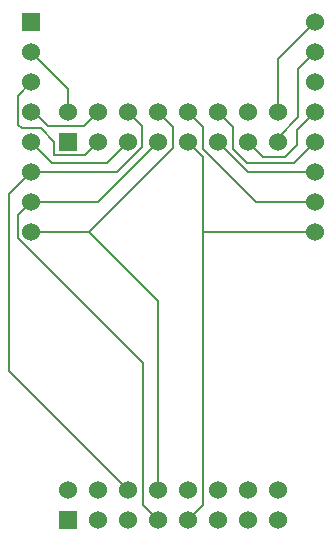
<source format=gbl>
G04 (created by PCBNEW-RS274X (2011-aug-04)-testing) date Wed 17 Apr 2013 04:17:38 PM PDT*
G01*
G70*
G90*
%MOIN*%
G04 Gerber Fmt 3.4, Leading zero omitted, Abs format*
%FSLAX34Y34*%
G04 APERTURE LIST*
%ADD10C,0.006000*%
%ADD11R,0.060000X0.060000*%
%ADD12C,0.060000*%
%ADD13C,0.008000*%
G04 APERTURE END LIST*
G54D10*
G54D11*
X22799Y-39398D03*
G54D12*
X22799Y-38398D03*
X23799Y-39398D03*
X23799Y-38398D03*
X24799Y-39398D03*
X24799Y-38398D03*
X25799Y-39398D03*
X25799Y-38398D03*
X26799Y-39398D03*
X26799Y-38398D03*
X27799Y-39398D03*
X27799Y-38398D03*
X28799Y-39398D03*
X28799Y-38398D03*
X29799Y-39398D03*
X29799Y-38398D03*
G54D11*
X22799Y-26799D03*
G54D12*
X22799Y-25799D03*
X23799Y-26799D03*
X23799Y-25799D03*
X24799Y-26799D03*
X24799Y-25799D03*
X25799Y-26799D03*
X25799Y-25799D03*
X26799Y-26799D03*
X26799Y-25799D03*
X27799Y-26799D03*
X27799Y-25799D03*
X28799Y-26799D03*
X28799Y-25799D03*
X29799Y-26799D03*
X29799Y-25799D03*
X31023Y-29800D03*
X31023Y-28800D03*
X31023Y-27800D03*
X31023Y-26800D03*
X31023Y-25800D03*
X31023Y-24800D03*
X31023Y-23800D03*
X31023Y-22800D03*
G54D11*
X21574Y-22800D03*
G54D12*
X21574Y-23800D03*
X21574Y-24800D03*
X21574Y-25800D03*
X21574Y-26800D03*
X21574Y-27800D03*
X21574Y-28800D03*
X21574Y-29800D03*
G54D13*
X29311Y-27311D02*
X28799Y-26799D01*
X30016Y-27311D02*
X29311Y-27311D01*
X30420Y-26907D02*
X30016Y-27311D01*
X30420Y-26403D02*
X30420Y-26907D01*
X31023Y-25800D02*
X30420Y-26403D01*
X23355Y-27243D02*
X23799Y-26799D01*
X22366Y-27243D02*
X23355Y-27243D01*
X22344Y-27221D02*
X22366Y-27243D01*
X22344Y-26803D02*
X22344Y-27221D01*
X21884Y-26343D02*
X22344Y-26803D01*
X21250Y-26343D02*
X21884Y-26343D01*
X21129Y-26222D02*
X21250Y-26343D01*
X21129Y-25245D02*
X21129Y-26222D01*
X21574Y-24800D02*
X21129Y-25245D01*
X21680Y-25800D02*
X21574Y-25800D01*
X22132Y-26252D02*
X21680Y-25800D01*
X23346Y-26252D02*
X22132Y-26252D01*
X23799Y-25799D02*
X23346Y-26252D01*
X27299Y-26299D02*
X26799Y-25799D01*
X27299Y-27038D02*
X27299Y-26299D01*
X29061Y-28800D02*
X27299Y-27038D01*
X31023Y-28800D02*
X29061Y-28800D01*
X20835Y-34434D02*
X24799Y-38398D01*
X20835Y-28539D02*
X20835Y-34434D01*
X21574Y-27800D02*
X20835Y-28539D01*
X24425Y-27800D02*
X21574Y-27800D01*
X25255Y-26970D02*
X24425Y-27800D01*
X25255Y-26255D02*
X25255Y-26970D01*
X24799Y-25799D02*
X25255Y-26255D01*
X28800Y-27800D02*
X31023Y-27800D01*
X27799Y-26799D02*
X28800Y-27800D01*
X29799Y-26654D02*
X29799Y-26799D01*
X30477Y-25976D02*
X29799Y-26654D01*
X30477Y-24346D02*
X30477Y-25976D01*
X31023Y-23800D02*
X30477Y-24346D01*
X29799Y-24024D02*
X29799Y-25799D01*
X31023Y-22800D02*
X29799Y-24024D01*
X31023Y-29800D02*
X27299Y-29800D01*
X27299Y-27299D02*
X27299Y-29800D01*
X26799Y-26799D02*
X27299Y-27299D01*
X27299Y-38898D02*
X26799Y-39398D01*
X27299Y-29800D02*
X27299Y-38898D01*
X25799Y-32099D02*
X25799Y-38398D01*
X23500Y-29800D02*
X25799Y-32099D01*
X21574Y-29800D02*
X23500Y-29800D01*
X26299Y-26299D02*
X25799Y-25799D01*
X26299Y-27001D02*
X26299Y-26299D01*
X23500Y-29800D02*
X26299Y-27001D01*
X28299Y-26299D02*
X27799Y-25799D01*
X28299Y-27038D02*
X28299Y-26299D01*
X28756Y-27495D02*
X28299Y-27038D01*
X30328Y-27495D02*
X28756Y-27495D01*
X31023Y-26800D02*
X30328Y-27495D01*
X21131Y-29243D02*
X21574Y-28800D01*
X21131Y-29985D02*
X21131Y-29243D01*
X25299Y-34153D02*
X21131Y-29985D01*
X25299Y-38898D02*
X25299Y-34153D01*
X25799Y-39398D02*
X25299Y-38898D01*
X23798Y-28800D02*
X25799Y-26799D01*
X21574Y-28800D02*
X23798Y-28800D01*
X22799Y-25025D02*
X22799Y-25799D01*
X21574Y-23800D02*
X22799Y-25025D01*
X24103Y-27495D02*
X24799Y-26799D01*
X22269Y-27495D02*
X24103Y-27495D01*
X21574Y-26800D02*
X22269Y-27495D01*
M02*

</source>
